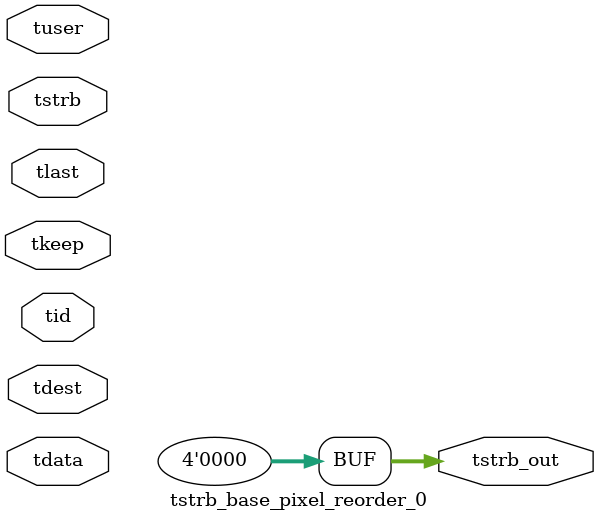
<source format=v>


`timescale 1ps/1ps

module tstrb_base_pixel_reorder_0 #
(
parameter C_S_AXIS_TDATA_WIDTH = 32,
parameter C_S_AXIS_TUSER_WIDTH = 0,
parameter C_S_AXIS_TID_WIDTH   = 0,
parameter C_S_AXIS_TDEST_WIDTH = 0,
parameter C_M_AXIS_TDATA_WIDTH = 32
)
(
input  [(C_S_AXIS_TDATA_WIDTH == 0 ? 1 : C_S_AXIS_TDATA_WIDTH)-1:0     ] tdata,
input  [(C_S_AXIS_TUSER_WIDTH == 0 ? 1 : C_S_AXIS_TUSER_WIDTH)-1:0     ] tuser,
input  [(C_S_AXIS_TID_WIDTH   == 0 ? 1 : C_S_AXIS_TID_WIDTH)-1:0       ] tid,
input  [(C_S_AXIS_TDEST_WIDTH == 0 ? 1 : C_S_AXIS_TDEST_WIDTH)-1:0     ] tdest,
input  [(C_S_AXIS_TDATA_WIDTH/8)-1:0 ] tkeep,
input  [(C_S_AXIS_TDATA_WIDTH/8)-1:0 ] tstrb,
input                                                                    tlast,
output [(C_M_AXIS_TDATA_WIDTH/8)-1:0 ] tstrb_out
);

assign tstrb_out = {1'b0};

endmodule


</source>
